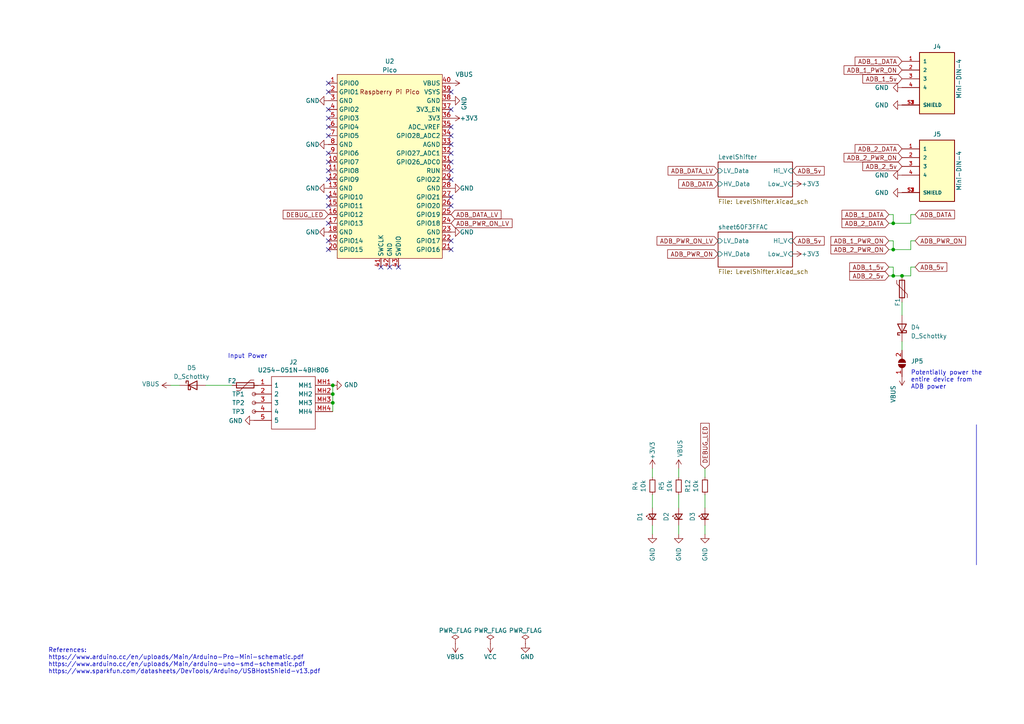
<source format=kicad_sch>
(kicad_sch (version 20230121) (generator eeschema)
  (paper "A4")
  (lib_symbols
    (symbol "Connector:TestPoint_Small" (pin_numbers hide) (pin_names (offset 0.762) hide)
      (property "Reference" "TP" (at 0 3.81 0))
      (property "Value" "TestPoint_Small" (at 0 2.032 0))
      (symbol "TestPoint_Small_0_1"
        (circle (center 0 0) (radius 0.508))
      )
      (symbol "TestPoint_Small_1_1"
        (pin passive line (at 0 0 90) (length 0) (name "1") (number "1"))
      )
    )
    (symbol "Device:D_Schottky" (pin_numbers hide) (pin_names (offset 1.016) hide)
      (property "Reference" "D" (at 0 2.54 0))
      (property "Value" "D_Schottky" (at 0 -2.54 0))
      (symbol "D_Schottky_0_1"
        (polyline (pts (xy 1.27 0) (xy -1.27 0)))
        (polyline (pts (xy 1.27 1.27) (xy 1.27 -1.27) (xy -1.27 0) (xy 1.27 1.27)) (stroke (width 0.254)))
        (polyline (pts (xy -1.905 0.635) (xy -1.905 1.27) (xy -1.27 1.27) (xy -1.27 -1.27) (xy -0.635 -1.27) (xy -0.635 -0.635)) (stroke (width 0.254)))
      )
      (symbol "D_Schottky_1_1"
        (pin passive line (at -3.81 0 0) (length 2.54) (name "K") (number "1"))
        (pin passive line (at 3.81 0 180) (length 2.54) (name "A") (number "2"))
      )
    )
    (symbol "Device:LED_Small" (pin_numbers hide) (pin_names (offset 0.254) hide)
      (property "Reference" "D" (at -1.27 3.175 0))
      (property "Value" "LED_Small" (at -4.445 -2.54 0))
      (symbol "LED_Small_0_1"
        (polyline (pts (xy -0.762 -1.016) (xy -0.762 1.016)) (stroke (width 0.254)))
        (polyline (pts (xy 1.016 0) (xy -0.762 0)))
        (polyline (pts (xy 0.762 -1.016) (xy -0.762 0) (xy 0.762 1.016) (xy 0.762 -1.016)) (stroke (width 0.254)))
        (polyline (pts (xy 0 0.762) (xy -0.508 1.27) (xy -0.254 1.27) (xy -0.508 1.27) (xy -0.508 1.016)))
        (polyline (pts (xy 0.508 1.27) (xy 0 1.778) (xy 0.254 1.778) (xy 0 1.778) (xy 0 1.524)))
      )
      (symbol "LED_Small_1_1"
        (pin passive line (at -2.54 0 0) (length 1.778) (name "K") (number "1"))
        (pin passive line (at 2.54 0 180) (length 1.778) (name "A") (number "2"))
      )
    )
    (symbol "Device:Polyfuse" (pin_numbers hide) (pin_names (offset 0))
      (property "Reference" "F" (at -2.54 0 90))
      (property "Value" "Polyfuse" (at 2.54 0 90))
      (symbol "Polyfuse_0_1"
        (rectangle (start -0.762 2.54) (end 0.762 -2.54) (stroke (width 0.254)))
        (polyline (pts (xy 0 2.54) (xy 0 -2.54)))
        (polyline (pts (xy -1.524 2.54) (xy -1.524 1.524) (xy 1.524 -1.524) (xy 1.524 -2.54)))
      )
      (symbol "Polyfuse_1_1"
        (pin passive line (at 0 3.81 270) (length 1.27) (name "~") (number "1"))
        (pin passive line (at 0 -3.81 90) (length 1.27) (name "~") (number "2"))
      )
    )
    (symbol "Device:R_Small" (pin_numbers hide) (pin_names (offset 0.254) hide)
      (property "Reference" "R" (at 0.762 0.508 0))
      (property "Value" "R_Small" (at 0.762 -1.016 0))
      (symbol "R_Small_0_1"
        (rectangle (start -0.762 1.778) (end 0.762 -1.778) (stroke (width 0.2032)))
      )
      (symbol "R_Small_1_1"
        (pin passive line (at 0 2.54 270) (length 0.762) (name "~") (number "1"))
        (pin passive line (at 0 -2.54 90) (length 0.762) (name "~") (number "2"))
      )
    )
    (symbol "Jumper:SolderJumper_2_Open" (pin_names (offset 0) hide)
      (property "Reference" "JP" (at 0 2.032 0))
      (property "Value" "SolderJumper_2_Open" (at 0 -2.54 0))
      (symbol "SolderJumper_2_Open_0_1"
        (arc (start -0.254 1.016) (mid -1.2656 0) (end -0.254 -1.016))
        (arc (start -0.254 1.016) (mid -1.2656 0) (end -0.254 -1.016) (fill (type outline)))
        (polyline (pts (xy -0.254 1.016) (xy -0.254 -1.016)))
        (polyline (pts (xy 0.254 1.016) (xy 0.254 -1.016)))
        (arc (start 0.254 -1.016) (mid 1.2656 0) (end 0.254 1.016))
        (arc (start 0.254 -1.016) (mid 1.2656 0) (end 0.254 1.016) (fill (type outline)))
      )
      (symbol "SolderJumper_2_Open_1_1"
        (pin passive line (at -3.81 0 0) (length 2.54) (name "A") (number "1"))
        (pin passive line (at 3.81 0 180) (length 2.54) (name "B") (number "2"))
      )
    )
    (symbol "MCU_RaspberryPi_and_Boards:Pico"
      (property "Reference" "U" (at -13.97 27.94 0))
      (property "Value" "Pico" (at 0 19.05 0))
      (symbol "Pico_0_0"
        (text "Raspberry Pi Pico" (at 0 21.59 0) (effects (font (size 1.27 1.27))))
      )
      (symbol "Pico_0_1"
        (rectangle (start -15.24 26.67) (end 15.24 -26.67) (fill (type background)))
      )
      (symbol "Pico_1_1"
        (pin bidirectional line (at -17.78 24.13 0) (length 2.54) (name "GPIO0") (number "1"))
        (pin bidirectional line (at -17.78 1.27 0) (length 2.54) (name "GPIO7") (number "10"))
        (pin bidirectional line (at -17.78 -1.27 0) (length 2.54) (name "GPIO8") (number "11"))
        (pin bidirectional line (at -17.78 -3.81 0) (length 2.54) (name "GPIO9") (number "12"))
        (pin power_in line (at -17.78 -6.35 0) (length 2.54) (name "GND") (number "13"))
        (pin bidirectional line (at -17.78 -8.89 0) (length 2.54) (name "GPIO10") (number "14"))
        (pin bidirectional line (at -17.78 -11.43 0) (length 2.54) (name "GPIO11") (number "15"))
        (pin bidirectional line (at -17.78 -13.97 0) (length 2.54) (name "GPIO12") (number "16"))
        (pin bidirectional line (at -17.78 -16.51 0) (length 2.54) (name "GPIO13") (number "17"))
        (pin power_in line (at -17.78 -19.05 0) (length 2.54) (name "GND") (number "18"))
        (pin bidirectional line (at -17.78 -21.59 0) (length 2.54) (name "GPIO14") (number "19"))
        (pin bidirectional line (at -17.78 21.59 0) (length 2.54) (name "GPIO1") (number "2"))
        (pin bidirectional line (at -17.78 -24.13 0) (length 2.54) (name "GPIO15") (number "20"))
        (pin bidirectional line (at 17.78 -24.13 180) (length 2.54) (name "GPIO16") (number "21"))
        (pin bidirectional line (at 17.78 -21.59 180) (length 2.54) (name "GPIO17") (number "22"))
        (pin power_in line (at 17.78 -19.05 180) (length 2.54) (name "GND") (number "23"))
        (pin bidirectional line (at 17.78 -16.51 180) (length 2.54) (name "GPIO18") (number "24"))
        (pin bidirectional line (at 17.78 -13.97 180) (length 2.54) (name "GPIO19") (number "25"))
        (pin bidirectional line (at 17.78 -11.43 180) (length 2.54) (name "GPIO20") (number "26"))
        (pin bidirectional line (at 17.78 -8.89 180) (length 2.54) (name "GPIO21") (number "27"))
        (pin power_in line (at 17.78 -6.35 180) (length 2.54) (name "GND") (number "28"))
        (pin bidirectional line (at 17.78 -3.81 180) (length 2.54) (name "GPIO22") (number "29"))
        (pin power_in line (at -17.78 19.05 0) (length 2.54) (name "GND") (number "3"))
        (pin input line (at 17.78 -1.27 180) (length 2.54) (name "RUN") (number "30"))
        (pin bidirectional line (at 17.78 1.27 180) (length 2.54) (name "GPIO26_ADC0") (number "31"))
        (pin bidirectional line (at 17.78 3.81 180) (length 2.54) (name "GPIO27_ADC1") (number "32"))
        (pin power_in line (at 17.78 6.35 180) (length 2.54) (name "AGND") (number "33"))
        (pin bidirectional line (at 17.78 8.89 180) (length 2.54) (name "GPIO28_ADC2") (number "34"))
        (pin power_in line (at 17.78 11.43 180) (length 2.54) (name "ADC_VREF") (number "35"))
        (pin power_in line (at 17.78 13.97 180) (length 2.54) (name "3V3") (number "36"))
        (pin input line (at 17.78 16.51 180) (length 2.54) (name "3V3_EN") (number "37"))
        (pin bidirectional line (at 17.78 19.05 180) (length 2.54) (name "GND") (number "38"))
        (pin power_in line (at 17.78 21.59 180) (length 2.54) (name "VSYS") (number "39"))
        (pin bidirectional line (at -17.78 16.51 0) (length 2.54) (name "GPIO2") (number "4"))
        (pin power_in line (at 17.78 24.13 180) (length 2.54) (name "VBUS") (number "40"))
        (pin input line (at -2.54 -29.21 90) (length 2.54) (name "SWCLK") (number "41"))
        (pin power_in line (at 0 -29.21 90) (length 2.54) (name "GND") (number "42"))
        (pin bidirectional line (at 2.54 -29.21 90) (length 2.54) (name "SWDIO") (number "43"))
        (pin bidirectional line (at -17.78 13.97 0) (length 2.54) (name "GPIO3") (number "5"))
        (pin bidirectional line (at -17.78 11.43 0) (length 2.54) (name "GPIO4") (number "6"))
        (pin bidirectional line (at -17.78 8.89 0) (length 2.54) (name "GPIO5") (number "7"))
        (pin power_in line (at -17.78 6.35 0) (length 2.54) (name "GND") (number "8"))
        (pin bidirectional line (at -17.78 3.81 0) (length 2.54) (name "GPIO6") (number "9"))
      )
    )
    (symbol "MD2-40ST-SMT:MD2-40ST-SMT" (pin_names (offset 1.016))
      (property "Reference" "J" (at -5.08 8.255 0))
      (property "Value" "MD2-40ST-SMT" (at -5.08 -12.7 0))
      (symbol "MD2-40ST-SMT_0_0"
        (rectangle (start -5.08 -10.16) (end 5.08 7.62) (stroke (width 0.254)) (fill (type background)))
        (pin passive line (at -10.16 5.08 0) (length 5.08) (name "1") (number "1"))
        (pin passive line (at -10.16 2.54 0) (length 5.08) (name "2") (number "2"))
        (pin passive line (at -10.16 0 0) (length 5.08) (name "3") (number "3"))
        (pin passive line (at -10.16 -2.54 0) (length 5.08) (name "4") (number "4"))
        (pin passive line (at -10.16 -7.62 0) (length 5.08) (name "SHIELD") (number "S1"))
        (pin passive line (at -10.16 -7.62 0) (length 5.08) (name "SHIELD") (number "S2"))
        (pin passive line (at -10.16 -7.62 0) (length 5.08) (name "SHIELD") (number "S3"))
      )
    )
    (symbol "SamacSys_Parts:U254-051N-4BH806" (pin_names (offset 0.762))
      (property "Reference" "J" (at 19.05 7.62 0))
      (property "Value" "U254-051N-4BH806" (at 19.05 5.08 0))
      (symbol "U254-051N-4BH806_0_0"
        (pin passive line (at 0 0 0) (length 5.08) (name "1") (number "1"))
        (pin passive line (at 0 -2.54 0) (length 5.08) (name "2") (number "2"))
        (pin passive line (at 0 -5.08 0) (length 5.08) (name "3") (number "3"))
        (pin passive line (at 0 -7.62 0) (length 5.08) (name "4") (number "4"))
        (pin passive line (at 0 -10.16 0) (length 5.08) (name "5") (number "5"))
        (pin passive line (at 22.86 0 180) (length 5.08) (name "MH1") (number "MH1"))
        (pin passive line (at 22.86 -2.54 180) (length 5.08) (name "MH2") (number "MH2"))
        (pin passive line (at 22.86 -5.08 180) (length 5.08) (name "MH3") (number "MH3"))
        (pin passive line (at 22.86 -7.62 180) (length 5.08) (name "MH4") (number "MH4"))
      )
      (symbol "U254-051N-4BH806_0_1"
        (polyline (pts (xy 5.08 2.54) (xy 17.78 2.54) (xy 17.78 -12.7) (xy 5.08 -12.7) (xy 5.08 2.54)) (stroke (width 0.1524)))
      )
    )
    (symbol "adbuino-rescue:+3.3V-power" (power) (pin_names (offset 0))
      (property "Value" "+3.3V-power" (at 0 3.556 0))
      (symbol "+3.3V-power_0_1"
        (polyline (pts (xy -0.762 1.27) (xy 0 2.54)))
        (polyline (pts (xy 0 0) (xy 0 2.54)))
        (polyline (pts (xy 0 2.54) (xy 0.762 1.27)))
      )
      (symbol "+3.3V-power_1_1"
        (pin power_in line (at 0 0 90) (length 0) hide (name "+3V3") (number "1"))
      )
    )
    (symbol "power:GND" (power) (pin_names (offset 0))
      (property "Value" "GND" (at 0 -3.81 0))
      (symbol "GND_0_1"
        (polyline (pts (xy 0 0) (xy 0 -1.27) (xy 1.27 -1.27) (xy 0 -2.54) (xy -1.27 -1.27) (xy 0 -1.27)))
      )
      (symbol "GND_1_1"
        (pin power_in line (at 0 0 270) (length 0) hide (name "GND") (number "1"))
      )
    )
    (symbol "power:PWR_FLAG" (power) (pin_numbers hide) (pin_names (offset 0) hide)
      (property "Value" "PWR_FLAG" (at 0 3.81 0))
      (symbol "PWR_FLAG_0_0"
        (pin power_out line (at 0 0 90) (length 0) (name "pwr") (number "1"))
      )
      (symbol "PWR_FLAG_0_1"
        (polyline (pts (xy 0 0) (xy 0 1.27) (xy -1.016 1.905) (xy 0 2.54) (xy 1.016 1.905) (xy 0 1.27)))
      )
    )
    (symbol "power:VBUS" (power) (pin_names (offset 0))
      (property "Value" "VBUS" (at 0 3.81 0))
      (symbol "VBUS_0_1"
        (polyline (pts (xy -0.762 1.27) (xy 0 2.54)))
        (polyline (pts (xy 0 0) (xy 0 2.54)))
        (polyline (pts (xy 0 2.54) (xy 0.762 1.27)))
      )
      (symbol "VBUS_1_1"
        (pin power_in line (at 0 0 90) (length 0) hide (name "VBUS") (number "1"))
      )
    )
    (symbol "power:VCC" (power) (pin_names (offset 0))
      (property "Value" "VCC" (at 0 3.81 0))
      (symbol "VCC_0_1"
        (polyline (pts (xy -0.762 1.27) (xy 0 2.54)))
        (polyline (pts (xy 0 0) (xy 0 2.54)))
        (polyline (pts (xy 0 2.54) (xy 0.762 1.27)))
      )
      (symbol "VCC_1_1"
        (pin power_in line (at 0 0 90) (length 0) hide (name "VCC") (number "1"))
      )
    )
  )
  (junction (at 259.08 64.77))
  (junction (at 96.52 114.3))
  (junction (at 259.08 72.39))
  (junction (at 259.08 80.01))
  (junction (at 96.52 111.76))
  (junction (at 96.52 116.84))
  (junction (at 261.62 80.01))
  (no_connect (at 130.81 69.85))
  (no_connect (at 95.25 49.53))
  (no_connect (at 130.81 57.15))
  (no_connect (at 95.25 39.37))
  (no_connect (at 110.49 77.47))
  (no_connect (at 95.25 57.15))
  (no_connect (at 130.81 36.83))
  (no_connect (at 95.25 69.85))
  (no_connect (at 95.25 59.69))
  (no_connect (at 95.25 24.13))
  (no_connect (at 130.81 46.99))
  (no_connect (at 130.81 59.69))
  (no_connect (at 130.81 26.67))
  (no_connect (at 95.25 44.45))
  (no_connect (at 130.81 44.45))
  (no_connect (at 95.25 36.83))
  (no_connect (at 95.25 52.07))
  (no_connect (at 95.25 26.67))
  (no_connect (at 113.03 77.47))
  (no_connect (at 130.81 41.91))
  (no_connect (at 95.25 31.75))
  (no_connect (at 130.81 49.53))
  (no_connect (at 130.81 52.07))
  (no_connect (at 95.25 34.29))
  (no_connect (at 130.81 31.75))
  (no_connect (at 130.81 39.37))
  (no_connect (at 95.25 46.99))
  (no_connect (at 95.25 64.77))
  (no_connect (at 95.25 72.39))
  (no_connect (at 130.81 72.39))
  (no_connect (at 115.57 77.47))
  (wire (pts (xy 204.47 135.89) (xy 204.47 138.43)))
  (wire (pts (xy 259.08 62.23) (xy 259.08 64.77)))
  (wire (pts (xy 67.31 111.76) (xy 59.69 111.76)))
  (wire (pts (xy 261.62 91.44) (xy 261.62 87.63)))
  (wire (pts (xy 257.81 64.77) (xy 259.08 64.77)))
  (wire (pts (xy 257.81 69.85) (xy 259.08 69.85)))
  (wire (pts (xy 204.47 152.4) (xy 204.47 154.94)))
  (wire (pts (xy 259.08 69.85) (xy 259.08 72.39)))
  (wire (pts (xy 257.81 80.01) (xy 259.08 80.01)))
  (wire (pts (xy 259.08 77.47) (xy 259.08 80.01)))
  (wire (pts (xy 264.16 77.47) (xy 264.16 80.01)))
  (wire (pts (xy 259.08 64.77) (xy 264.16 64.77)))
  (wire (pts (xy 264.16 62.23) (xy 264.16 64.77)))
  (wire (pts (xy 52.07 111.76) (xy 49.53 111.76)))
  (wire (pts (xy 196.85 147.32) (xy 196.85 143.51)))
  (wire (pts (xy 96.52 116.84) (xy 96.52 114.3)))
  (polyline (pts (xy 283.21 123.19) (xy 283.21 163.83)))
  (wire (pts (xy 265.43 62.23) (xy 264.16 62.23)))
  (wire (pts (xy 265.43 77.47) (xy 264.16 77.47)))
  (wire (pts (xy 189.23 147.32) (xy 189.23 143.51)))
  (wire (pts (xy 257.81 77.47) (xy 259.08 77.47)))
  (wire (pts (xy 74.93 111.76) (xy 73.66 111.76)))
  (wire (pts (xy 96.52 114.3) (xy 96.52 111.76)))
  (wire (pts (xy 265.43 69.85) (xy 264.16 69.85)))
  (wire (pts (xy 189.23 138.43) (xy 189.23 135.89)))
  (wire (pts (xy 264.16 69.85) (xy 264.16 72.39)))
  (wire (pts (xy 261.62 101.6) (xy 261.62 99.06)))
  (wire (pts (xy 96.52 119.38) (xy 96.52 116.84)))
  (wire (pts (xy 196.85 152.4) (xy 196.85 154.94)))
  (wire (pts (xy 257.81 62.23) (xy 259.08 62.23)))
  (wire (pts (xy 259.08 80.01) (xy 261.62 80.01)))
  (wire (pts (xy 196.85 135.89) (xy 196.85 138.43)))
  (wire (pts (xy 204.47 147.32) (xy 204.47 143.51)))
  (wire (pts (xy 257.81 72.39) (xy 259.08 72.39)))
  (wire (pts (xy 189.23 154.94) (xy 189.23 152.4)))
  (wire (pts (xy 259.08 72.39) (xy 264.16 72.39)))
  (wire (pts (xy 261.62 80.01) (xy 264.16 80.01)))
  (text "Input Power" (at 66.04 104.14 0) (effects (font (size 1.27 1.27)) (justify left bottom)))
  (text "References:\nhttps://www.arduino.cc/en/uploads/Main/Arduino-Pro-Mini-schematic.pdf\nhttps://www.arduino.cc/en/uploads/Main/arduino-uno-smd-schematic.pdf\nhttps://www.sparkfun.com/datasheets/DevTools/Arduino/USBHostShield-v13.pdf" (at 13.97 195.58 0) (effects (font (size 1.27 1.27)) (justify left bottom)))
  (text "Potentially power the \nentire device from \nADB power" (at 264.16 113.03 0) (effects (font (size 1.27 1.27)) (justify left bottom)))
  (global_label "ADB_1_5v" (shape input) (at 261.62 22.86 180) (property "Intersheetrefs" "${INTERSHEET_REFS}" (effects hide)))
  (global_label "ADB_PWR_ON" (shape input) (at 265.43 69.85 0) (property "Intersheetrefs" "${INTERSHEET_REFS}" (effects hide)))
  (global_label "ADB_DATA" (shape input) (at 265.43 62.23 0) (property "Intersheetrefs" "${INTERSHEET_REFS}" (effects hide)))
  (global_label "ADB_1_PWR_ON" (shape input) (at 257.81 69.85 180) (property "Intersheetrefs" "${INTERSHEET_REFS}" (effects hide)))
  (global_label "ADB_2_DATA" (shape input) (at 261.62 43.18 180) (property "Intersheetrefs" "${INTERSHEET_REFS}" (effects hide)))
  (global_label "ADB_2_PWR_ON" (shape input) (at 257.81 72.39 180) (property "Intersheetrefs" "${INTERSHEET_REFS}" (effects hide)))
  (global_label "ADB_DATA" (shape input) (at 208.28 53.34 180) (property "Intersheetrefs" "${INTERSHEET_REFS}" (effects hide)))
  (global_label "ADB_2_5v" (shape input) (at 257.81 80.01 180) (property "Intersheetrefs" "${INTERSHEET_REFS}" (effects hide)))
  (global_label "DEBUG_LED" (shape input) (at 204.47 135.89 90) (property "Intersheetrefs" "${INTERSHEET_REFS}" (effects hide)))
  (global_label "ADB_PWR_ON_LV" (shape input) (at 208.28 69.85 180) (property "Intersheetrefs" "${INTERSHEET_REFS}" (effects hide)))
  (global_label "ADB_5v" (shape input) (at 229.87 69.85 0) (property "Intersheetrefs" "${INTERSHEET_REFS}" (effects hide)))
  (global_label "ADB_DATA_LV" (shape input) (at 208.28 49.53 180) (property "Intersheetrefs" "${INTERSHEET_REFS}" (effects hide)))
  (global_label "ADB_2_PWR_ON" (shape input) (at 261.62 45.72 180) (property "Intersheetrefs" "${INTERSHEET_REFS}" (effects hide)))
  (global_label "ADB_5v" (shape input) (at 229.87 49.53 0) (property "Intersheetrefs" "${INTERSHEET_REFS}" (effects hide)))
  (global_label "ADB_1_DATA" (shape input) (at 257.81 62.23 180) (property "Intersheetrefs" "${INTERSHEET_REFS}" (effects hide)))
  (global_label "ADB_2_DATA" (shape input) (at 257.81 64.77 180) (property "Intersheetrefs" "${INTERSHEET_REFS}" (effects hide)))
  (global_label "DEBUG_LED" (shape input) (at 95.25 62.23 180) (property "Intersheetrefs" "${INTERSHEET_REFS}" (effects hide)))
  (global_label "ADB_DATA_LV" (shape input) (at 130.81 62.23 0) (property "Intersheetrefs" "${INTERSHEET_REFS}" (effects hide)))
  (global_label "ADB_1_DATA" (shape input) (at 261.62 17.78 180) (property "Intersheetrefs" "${INTERSHEET_REFS}" (effects hide)))
  (global_label "ADB_2_5v" (shape input) (at 261.62 48.26 180) (property "Intersheetrefs" "${INTERSHEET_REFS}" (effects hide)))
  (global_label "ADB_1_5v" (shape input) (at 257.81 77.47 180) (property "Intersheetrefs" "${INTERSHEET_REFS}" (effects hide)))
  (global_label "ADB_5v" (shape input) (at 265.43 77.47 0) (property "Intersheetrefs" "${INTERSHEET_REFS}" (effects hide)))
  (global_label "ADB_1_PWR_ON" (shape input) (at 261.62 20.32 180) (property "Intersheetrefs" "${INTERSHEET_REFS}" (effects hide)))
  (global_label "ADB_PWR_ON" (shape input) (at 208.28 73.66 180) (property "Intersheetrefs" "${INTERSHEET_REFS}" (effects hide)))
  (global_label "ADB_PWR_ON_LV" (shape input) (at 130.81 64.77 0) (property "Intersheetrefs" "${INTERSHEET_REFS}" (effects hide)))
  (symbol (lib_id "MD2-40ST-SMT:MD2-40ST-SMT") (at 271.78 22.86 0) (unit 1)
    (property "Reference" "J4" (at 271.78 13.5382 0))
    (property "Value" "Mini-DIN-4" (at 278.13 22.86 90))
    (property "Footprint" "adbuino_v0p9p1:CUI_MD2-40ST-SMT" (effects hide))
    (property "Datasheet" "http://service.powerdynamics.com/ec/Catalog17/Section%2011.pdf" (effects hide))
  )
  (symbol (lib_id "MD2-40ST-SMT:MD2-40ST-SMT") (at 271.78 48.26 0) (unit 1)
    (property "Reference" "J5" (at 271.78 38.9382 0))
    (property "Value" "Mini-DIN-4" (at 278.13 49.53 90))
    (property "Footprint" "adbuino_v0p9p1:CUI_MD2-40ST-SMT" (effects hide))
    (property "Datasheet" "http://service.powerdynamics.com/ec/Catalog17/Section%2011.pdf" (effects hide))
  )
  (symbol (lib_id "power:GND") (at 130.81 29.21 90) (unit 1)
    (property "Reference" "#PWR01" (effects hide))
    (property "Value" "GND" (at 134.62 27.94 0) (effects (justify right)))
  )
  (symbol (lib_id "power:GND") (at 152.4 186.69 0) (unit 1)
    (property "Reference" "#PWR041" (effects hide))
    (property "Value" "GND" (at 154.94 190.5 0) (effects (justify right)))
  )
  (symbol (lib_id "power:VBUS") (at 49.53 111.76 90) (unit 1)
    (property "Reference" "#PWR04" (effects hide))
    (property "Value" "VBUS" (at 46.2788 111.379 90) (effects (justify left)))
  )
  (symbol (lib_id "power:GND") (at 73.66 121.92 270) (unit 1)
    (property "Reference" "#PWR05" (effects hide))
    (property "Value" "GND" (at 70.4088 122.047 90) (effects (justify right)))
  )
  (symbol (lib_id "SamacSys_Parts:U254-051N-4BH806") (at 73.66 111.76 0) (unit 1)
    (property "Reference" "J2" (at 85.09 105.029 0))
    (property "Value" "U254-051N-4BH806" (at 85.09 107.3404 0))
    (property "Footprint" "U254051N4BH806" (effects hide))
    (property "Datasheet" "https://datasheet.lcsc.com/szlcsc/XKB-U254-051N-4BH806_C319170.pdf" (effects hide))
    (property "Description" "USB Connectors SMD RoHS" (effects hide))
    (property "Height" "3" (effects hide))
    (property "Manufacturer_Name" "XKB Enterprise" (effects hide))
    (property "Manufacturer_Part_Number" "U254-051N-4BH806" (effects hide))
    (property "Arrow Part Number" "U254-051N-4BH806" (effects hide))
    (property "LCSC" "C319170" (effects hide))
  )
  (symbol (lib_id "power:GND") (at 96.52 111.76 90) (unit 1)
    (property "Reference" "#PWR015" (effects hide))
    (property "Value" "GND" (at 99.7712 111.633 90) (effects (justify right)))
  )
  (symbol (lib_id "power:PWR_FLAG") (at 152.4 186.69 0) (unit 1)
    (property "Reference" "#FLG01" (effects hide))
    (property "Value" "PWR_FLAG" (at 152.4 182.88 0))
  )
  (symbol (lib_id "power:VBUS") (at 132.08 186.69 180) (unit 1)
    (property "Reference" "#PWR037" (effects hide))
    (property "Value" "VBUS" (at 134.62 190.5 0) (effects (justify left)))
  )
  (symbol (lib_id "power:VCC") (at 142.24 186.69 180) (unit 1)
    (property "Reference" "#PWR032" (effects hide))
    (property "Value" "VCC" (at 142.24 190.5 0))
  )
  (symbol (lib_id "Device:LED_Small") (at 189.23 149.86 90) (unit 1)
    (property "Reference" "D1" (at 185.5978 149.86 0))
    (property "Value" "LED_Small" (effects hide))
    (property "Footprint" "LED_SMD:LED_0805_2012Metric" (effects hide))
    (property "LCSC" "C2297" (effects hide))
  )
  (symbol (lib_id "Device:R_Small") (at 189.23 140.97 0) (unit 1)
    (property "Reference" "R4" (at 184.2516 140.97 90))
    (property "Value" "10k" (at 186.563 140.97 90))
    (property "Footprint" "Resistor_SMD:R_0402_1005Metric" (effects hide))
    (property "LCSC" "C25744" (effects hide))
  )
  (symbol (lib_id "power:VBUS") (at 196.85 135.89 0) (unit 1)
    (property "Reference" "#PWR044" (effects hide))
    (property "Value" "VBUS" (at 197.231 132.6388 90) (effects (justify left)))
  )
  (symbol (lib_id "power:GND") (at 189.23 154.94 0) (unit 1)
    (property "Reference" "#PWR036" (effects hide))
    (property "Value" "GND" (at 189.23 158.75 90) (effects (justify right)))
  )
  (symbol (lib_id "Device:LED_Small") (at 196.85 149.86 90) (unit 1)
    (property "Reference" "D2" (at 193.2178 149.86 0))
    (property "Value" "LED_Small" (effects hide))
    (property "Footprint" "LED_SMD:LED_0805_2012Metric" (effects hide))
    (property "LCSC" "C2297" (effects hide))
  )
  (symbol (lib_id "Device:R_Small") (at 196.85 140.97 0) (unit 1)
    (property "Reference" "R5" (at 191.8716 140.97 90))
    (property "Value" "10k" (at 194.183 140.97 90))
    (property "Footprint" "Resistor_SMD:R_0402_1005Metric" (effects hide))
    (property "LCSC" "C25744" (effects hide))
  )
  (symbol (lib_id "power:GND") (at 196.85 154.94 0) (unit 1)
    (property "Reference" "#PWR045" (effects hide))
    (property "Value" "GND" (at 196.85 158.75 90) (effects (justify right)))
  )
  (symbol (lib_id "Device:LED_Small") (at 204.47 149.86 90) (unit 1)
    (property "Reference" "D3" (at 200.8378 149.86 0))
    (property "Value" "LED_Small" (effects hide))
    (property "Footprint" "LED_SMD:LED_0805_2012Metric" (effects hide))
    (property "LCSC" "C2297" (effects hide))
  )
  (symbol (lib_id "Device:R_Small") (at 204.47 140.97 0) (unit 1)
    (property "Reference" "R12" (at 199.4916 140.97 90))
    (property "Value" "10k" (at 201.803 140.97 90))
    (property "Footprint" "Resistor_SMD:R_0402_1005Metric" (effects hide))
    (property "LCSC" "C25744" (effects hide))
  )
  (symbol (lib_id "power:GND") (at 204.47 154.94 0) (unit 1)
    (property "Reference" "#PWR046" (effects hide))
    (property "Value" "GND" (at 204.47 158.75 90) (effects (justify right)))
  )
  (symbol (lib_id "power:GND") (at 261.62 55.88 270) (unit 1)
    (property "Reference" "#PWR0107" (effects hide))
    (property "Value" "GND" (at 257.81 55.88 90) (effects (justify right)))
  )
  (symbol (lib_id "power:GND") (at 261.62 30.48 270) (unit 1)
    (property "Reference" "#PWR0108" (effects hide))
    (property "Value" "GND" (at 257.81 30.48 90) (effects (justify right)))
  )
  (symbol (lib_id "adbuino-rescue:+3.3V-power") (at 229.87 53.34 270) (unit 1)
    (property "Reference" "#PWR0109" (effects hide))
    (property "Value" "+3.3V" (at 232.41 53.34 90) (effects (justify left)))
  )
  (symbol (lib_id "adbuino-rescue:+3.3V-power") (at 229.87 73.66 270) (unit 1)
    (property "Reference" "#PWR0110" (effects hide))
    (property "Value" "+3.3V" (at 232.41 73.66 90) (effects (justify left)))
  )
  (symbol (lib_id "power:PWR_FLAG") (at 142.24 186.69 0) (unit 1)
    (property "Reference" "#FLG0101" (effects hide))
    (property "Value" "PWR_FLAG" (at 142.24 182.88 0))
  )
  (symbol (lib_id "power:PWR_FLAG") (at 132.08 186.69 0) (unit 1)
    (property "Reference" "#FLG0102" (effects hide))
    (property "Value" "PWR_FLAG" (at 132.08 182.88 0))
  )
  (symbol (lib_id "Connector:TestPoint_Small") (at 73.66 114.3 0) (unit 1)
    (property "Reference" "TP1" (at 67.31 114.3 0) (effects (justify left)))
    (property "Value" "TestPoint_Small" (effects hide))
    (property "Footprint" "TestPoint:TestPoint_Pad_D1.0mm" (effects hide))
  )
  (symbol (lib_id "Connector:TestPoint_Small") (at 73.66 116.84 0) (unit 1)
    (property "Reference" "TP2" (at 67.31 116.84 0) (effects (justify left)))
    (property "Value" "TestPoint_Small" (effects hide))
    (property "Footprint" "TestPoint:TestPoint_Pad_D1.0mm" (effects hide))
  )
  (symbol (lib_id "Connector:TestPoint_Small") (at 73.66 119.38 0) (unit 1)
    (property "Reference" "TP3" (at 67.31 119.38 0) (effects (justify left)))
    (property "Value" "TestPoint_Small" (effects hide))
    (property "Footprint" "TestPoint:TestPoint_Pad_D1.0mm" (effects hide))
  )
  (symbol (lib_id "adbuino-rescue:+3.3V-power") (at 130.81 34.29 270) (unit 1)
    (property "Reference" "#PWR010" (effects hide))
    (property "Value" "+3.3V" (at 133.35 34.29 90) (effects (justify left)))
  )
  (symbol (lib_id "adbuino-rescue:+3.3V-power") (at 189.23 135.89 0) (unit 1)
    (property "Reference" "#PWR025" (effects hide))
    (property "Value" "+3.3V" (at 189.23 133.35 90) (effects (justify left)))
  )
  (symbol (lib_id "power:GND") (at 261.62 25.4 270) (unit 1)
    (property "Reference" "#PWR0102" (effects hide))
    (property "Value" "GND" (at 257.81 25.4 90) (effects (justify right)))
  )
  (symbol (lib_id "power:GND") (at 261.62 50.8 270) (unit 1)
    (property "Reference" "#PWR0103" (effects hide))
    (property "Value" "GND" (at 257.81 50.8 90) (effects (justify right)))
  )
  (symbol (lib_id "power:GND") (at 95.25 54.61 270) (unit 1)
    (property "Reference" "#PWR08" (effects hide))
    (property "Value" "GND" (at 92.71 54.61 90) (effects (justify right)))
  )
  (symbol (lib_id "Device:D_Schottky") (at 261.62 95.25 90) (unit 1)
    (property "Reference" "D4" (at 264.16 94.9325 90) (effects (justify right)))
    (property "Value" "D_Schottky" (at 264.16 97.4725 90) (effects (justify right)))
    (property "Footprint" "Diode_SMD:D_SOD-123" (effects hide))
    (property "Datasheet" "https://datasheet.lcsc.com/lcsc/1809140216_Jiangsu-Changjing-Electronics-Technology-Co---Ltd--B5819W-SL_C8598.pdf" (effects hide))
    (property "LCSC" "C8598" (effects hide))
  )
  (symbol (lib_id "power:GND") (at 130.81 54.61 90) (unit 1)
    (property "Reference" "#PWR02" (effects hide))
    (property "Value" "GND" (at 133.35 54.61 90) (effects (justify right)))
  )
  (symbol (lib_id "Device:D_Schottky") (at 55.88 111.76 0) (unit 1)
    (property "Reference" "D5" (at 55.5625 106.68 0))
    (property "Value" "D_Schottky" (at 55.5625 109.22 0))
    (property "Footprint" "Diode_SMD:D_SOD-123" (effects hide))
    (property "Datasheet" "https://datasheet.lcsc.com/lcsc/1809140216_Jiangsu-Changjing-Electronics-Technology-Co---Ltd--B5819W-SL_C8598.pdf" (effects hide))
    (property "LCSC" "C8598" (effects hide))
  )
  (symbol (lib_id "power:VBUS") (at 261.62 109.22 180) (unit 1)
    (property "Reference" "#PWR013" (effects hide))
    (property "Value" "VBUS" (at 259.08 111.76 90) (effects (justify left)))
  )
  (symbol (lib_id "Device:Polyfuse") (at 261.62 83.82 0) (unit 1)
    (property "Reference" "F1" (at 260.35 87.63 90))
    (property "Value" "Polyfuse" (effects hide))
    (property "Footprint" "Fuse:Fuse_0805_2012Metric" (effects hide))
    (property "LCSC" "C66452" (effects hide))
  )
  (symbol (lib_id "MCU_RaspberryPi_and_Boards:Pico") (at 113.03 48.26 0) (unit 1)
    (property "Reference" "U2" (at 113.03 17.78 0))
    (property "Value" "Pico" (at 113.03 20.32 0))
    (property "Footprint" "MCU_RaspberryPi_and_Boards:Customized_RPi_Pico_SMD_TH" (effects hide))
  )
  (symbol (lib_id "power:GND") (at 95.25 29.21 270) (unit 1)
    (property "Reference" "#PWR012" (effects hide))
    (property "Value" "GND" (at 92.71 29.21 90) (effects (justify right)))
  )
  (symbol (lib_id "power:GND") (at 95.25 41.91 270) (unit 1)
    (property "Reference" "#PWR09" (effects hide))
    (property "Value" "GND" (at 92.71 41.91 90) (effects (justify right)))
  )
  (symbol (lib_id "Device:Polyfuse") (at 71.12 111.76 270) (unit 1)
    (property "Reference" "F2" (at 67.31 110.49 90))
    (property "Value" "Polyfuse" (effects hide))
    (property "Footprint" "Fuse:Fuse_0805_2012Metric" (effects hide))
    (property "LCSC" "C66452" (effects hide))
  )
  (symbol (lib_id "power:GND") (at 95.25 67.31 270) (unit 1)
    (property "Reference" "#PWR07" (effects hide))
    (property "Value" "GND" (at 92.71 67.31 90) (effects (justify right)))
  )
  (symbol (lib_id "power:VBUS") (at 130.81 24.13 270) (unit 1)
    (property "Reference" "#PWR06" (effects hide))
    (property "Value" "VBUS" (at 132.08 21.59 90) (effects (justify left)))
  )
  (symbol (lib_id "Jumper:SolderJumper_2_Open") (at 261.62 105.41 90) (unit 1)
    (property "Reference" "JP5" (at 264.16 104.775 90) (effects (justify right)))
    (property "Value" "SolderJumper_2_Open" (effects hide))
    (property "Footprint" "Jumper:SolderJumper-2_P1.3mm_Open_RoundedPad1.0x1.5mm" (effects hide))
  )
  (symbol (lib_id "power:GND") (at 130.81 67.31 90) (unit 1)
    (property "Reference" "#PWR03" (effects hide))
    (property "Value" "GND" (at 133.35 67.31 90) (effects (justify right)))
  )
  (sheet (at 208.28 46.99) (size 21.59 10.16)
    (property "Sheetname" "LevelShifter" (at 208.28 46.2784 0) (effects (justify left bottom)))
    (property "Sheetfile" "LevelShifter.kicad_sch" (at 208.28 57.7346 0) (effects (justify left top)))
    (pin "LV_Data" input (at 208.28 49.53 180))
    (pin "HV_Data" input (at 208.28 53.34 180))
    (pin "Hi_V" input (at 229.87 49.53 0))
    (pin "Low_V" input (at 229.87 53.34 0))
  )
  (sheet (at 208.28 67.31) (size 21.59 10.16)
    (property "Sheetname" "sheet60F3FFAC" (at 208.28 66.5984 0) (effects (justify left bottom)))
    (property "Sheetfile" "LevelShifter.kicad_sch" (at 208.28 78.0546 0) (effects (justify left top)))
    (pin "LV_Data" input (at 208.28 69.85 180))
    (pin "HV_Data" input (at 208.28 73.66 180))
    (pin "Hi_V" input (at 229.87 69.85 0))
    (pin "Low_V" input (at 229.87 73.66 0))
  )
)
</source>
